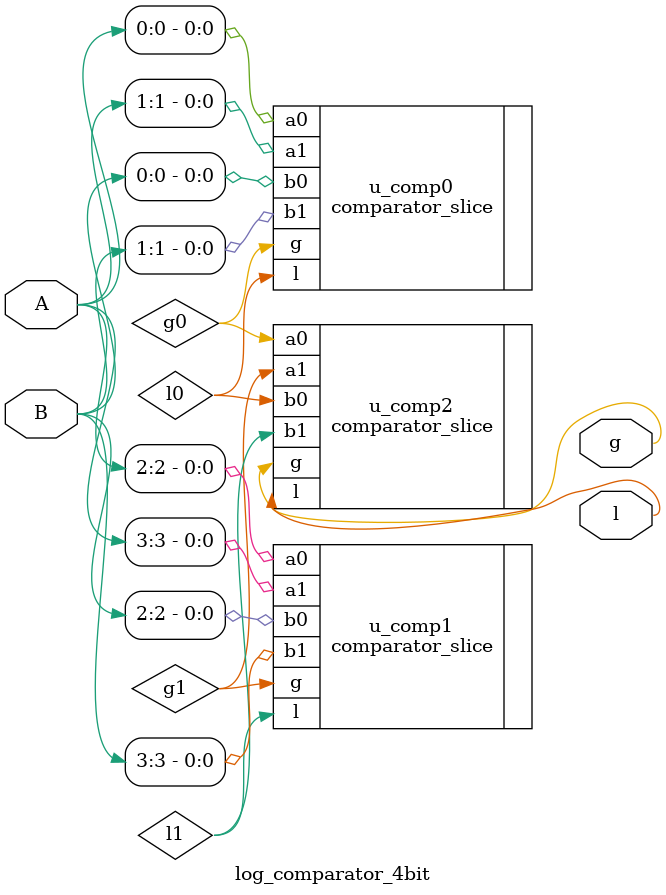
<source format=sv>
module log_comparator_4bit (
    input  logic [3:0] A,
    input  logic [3:0] B,
    output logic       g,
    output logic       l
);

    logic g0, g1, g2;
    logic l0, l1, l2;

    comparator_slice u_comp0 (
        .a0(A[0]),
        .b0(B[0]),
        .a1(A[1]),
        .b1(B[1]),
        .g(g0),
        .l(l0)
    );

    comparator_slice u_comp1 (
        .a0(A[2]),
        .b0(B[2]),
        .a1(A[3]),
        .b1(B[3]),
        .g(g1),
        .l(l1)
    );

    comparator_slice u_comp2 (
        .a0(g0),
        .b0(l0),
        .a1(g1),
        .b1(l1),
        .g(g),
        .l(l)
    );

    // logic [3:0] g_stage [0:2];
    // logic [3:0] l_stage [0:2];

    // // Initial stage connections
    // assign g_stage[0][0] = A[3];
    // assign g_stage[0][1] = A[2];
    // assign g_stage[0][2] = A[1];
    // assign g_stage[0][3] = A[0];

    // assign l_stage[0][0] = B[3];
    // assign l_stage[0][1] = B[2];
    // assign l_stage[0][2] = B[1];
    // assign l_stage[0][3] = B[0];

    // // Stage 1
    // comparator_slice u_comp0 (
    //     .a0(g_stage[0][0]),
    //     .b0(l_stage[0][0]),
    //     .a1(g_stage[0][1]),
    //     .b1(l_stage[0][1]),
    //     .g(g_stage[1][0]),
    //     .l(l_stage[1][0])
    // );

    // comparator_slice u_comp1 (
    //     .a0(g_stage[0][2]),
    //     .b0(l_stage[0][2]),
    //     .a1(g_stage[0][3]),
    //     .b1(l_stage[0][3]),
    //     .g(g_stage[1][1]),
    //     .l(l_stage[1][1])
    // );

    // // Stage 2
    // comparator_slice u_comp2 (
    //     .a0(g_stage[1][0]),
    //     .b0(l_stage[1][0]),
    //     .a1(g_stage[1][1]),
    //     .b1(l_stage[1][1]),
    //     .g(g_stage[2][0]),
    //     .l(l_stage[2][0])
    // );

    // assign g = g_stage[2][0];
    // assign l = l_stage[2][0];

endmodule
</source>
